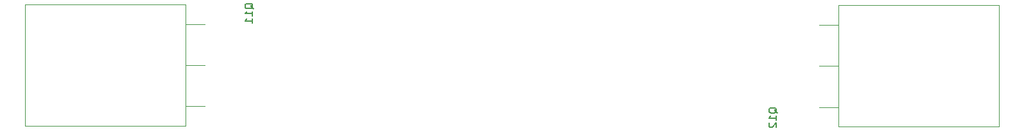
<source format=gbr>
G04 #@! TF.GenerationSoftware,KiCad,Pcbnew,(6.0.0-0)*
G04 #@! TF.CreationDate,2021-12-28T19:59:02+01:00*
G04 #@! TF.ProjectId,amp-mosfet-80w,616d702d-6d6f-4736-9665-742d3830772e,rev?*
G04 #@! TF.SameCoordinates,Original*
G04 #@! TF.FileFunction,Legend,Bot*
G04 #@! TF.FilePolarity,Positive*
%FSLAX46Y46*%
G04 Gerber Fmt 4.6, Leading zero omitted, Abs format (unit mm)*
G04 Created by KiCad (PCBNEW (6.0.0-0)) date 2021-12-28 19:59:02*
%MOMM*%
%LPD*%
G01*
G04 APERTURE LIST*
%ADD10C,0.150000*%
%ADD11C,0.120000*%
G04 APERTURE END LIST*
D10*
X125261619Y-49339571D02*
X125214000Y-49244333D01*
X125118761Y-49149095D01*
X124975904Y-49006238D01*
X124928285Y-48911000D01*
X124928285Y-48815761D01*
X125166380Y-48863380D02*
X125118761Y-48768142D01*
X125023523Y-48672904D01*
X124833047Y-48625285D01*
X124499714Y-48625285D01*
X124309238Y-48672904D01*
X124214000Y-48768142D01*
X124166380Y-48863380D01*
X124166380Y-49053857D01*
X124214000Y-49149095D01*
X124309238Y-49244333D01*
X124499714Y-49291952D01*
X124833047Y-49291952D01*
X125023523Y-49244333D01*
X125118761Y-49149095D01*
X125166380Y-49053857D01*
X125166380Y-48863380D01*
X125166380Y-50244333D02*
X125166380Y-49672904D01*
X125166380Y-49958619D02*
X124166380Y-49958619D01*
X124309238Y-49863380D01*
X124404476Y-49768142D01*
X124452095Y-49672904D01*
X125166380Y-51196714D02*
X125166380Y-50625285D01*
X125166380Y-50911000D02*
X124166380Y-50911000D01*
X124309238Y-50815761D01*
X124404476Y-50720523D01*
X124452095Y-50625285D01*
X194349619Y-63160571D02*
X194302000Y-63065333D01*
X194206761Y-62970095D01*
X194063904Y-62827238D01*
X194016285Y-62732000D01*
X194016285Y-62636761D01*
X194254380Y-62684380D02*
X194206761Y-62589142D01*
X194111523Y-62493904D01*
X193921047Y-62446285D01*
X193587714Y-62446285D01*
X193397238Y-62493904D01*
X193302000Y-62589142D01*
X193254380Y-62684380D01*
X193254380Y-62874857D01*
X193302000Y-62970095D01*
X193397238Y-63065333D01*
X193587714Y-63112952D01*
X193921047Y-63112952D01*
X194111523Y-63065333D01*
X194206761Y-62970095D01*
X194254380Y-62874857D01*
X194254380Y-62684380D01*
X194254380Y-64065333D02*
X194254380Y-63493904D01*
X194254380Y-63779619D02*
X193254380Y-63779619D01*
X193397238Y-63684380D01*
X193492476Y-63589142D01*
X193540095Y-63493904D01*
X193349619Y-64446285D02*
X193302000Y-64493904D01*
X193254380Y-64589142D01*
X193254380Y-64827238D01*
X193302000Y-64922476D01*
X193349619Y-64970095D01*
X193444857Y-65017714D01*
X193540095Y-65017714D01*
X193682952Y-64970095D01*
X194254380Y-64398666D01*
X194254380Y-65017714D01*
D11*
X118885000Y-56780000D02*
X116325000Y-56780000D01*
X118885000Y-62230000D02*
X116325000Y-62230000D01*
X118885000Y-51330000D02*
X116325000Y-51330000D01*
X116325000Y-64850000D02*
X116325000Y-48710000D01*
X116325000Y-64850000D02*
X95135000Y-64850000D01*
X116325000Y-48710000D02*
X95135000Y-48710000D01*
X95135000Y-64850000D02*
X95135000Y-48710000D01*
X199885000Y-62335000D02*
X202445000Y-62335000D01*
X223635000Y-48815000D02*
X223635000Y-64955000D01*
X202445000Y-48815000D02*
X223635000Y-48815000D01*
X199885000Y-51435000D02*
X202445000Y-51435000D01*
X202445000Y-48815000D02*
X202445000Y-64955000D01*
X202445000Y-64955000D02*
X223635000Y-64955000D01*
X199885000Y-56885000D02*
X202445000Y-56885000D01*
M02*

</source>
